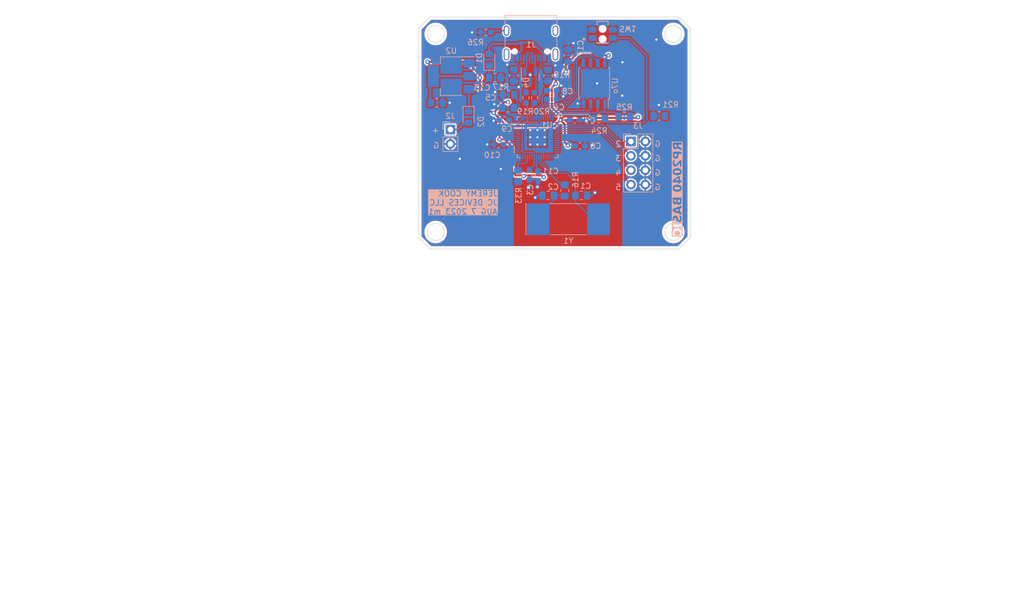
<source format=kicad_pcb>
(kicad_pcb (version 20221018) (generator pcbnew)
  (layers (0 "F.Cu" signal) (31 "B.Cu" signal) (34 "B.Paste" user) (35 "F.Paste" user) (36 "B.SilkS" user "B.Silkscreen") (37 "F.SilkS" user "F.Silkscreen") (38 "B.Mask" user) (39 "F.Mask" user) (44 "Edge.Cuts" user))
  (net 0 "")
  (net 1 "GND")
  (net 14 "Net-(U1-XIN)")
  (net 15 "Net-(C2-Pad2)")
  (net 16 "+1V1")
  (net 17 "+3.3V")
  (net 18 "Net-(U1-XOUT)")
  (net 19 "Net-(U1-GPIO0)")
  (net 24 "Net-(U1-RUN)")
  (net 33 "USB_DN")
  (net 34 "USB_DP")
  (net 35 "QSPI_SD3")
  (net 36 "QSPI_SCLK")
  (net 37 "QSPI_SD0")
  (net 38 "QSPI_SD2")
  (net 39 "QSPI_SSD1")
  (net 40 "QSPI_SS")
  (net 41 "VBUS")
  (net 42 "Net-(D1-A)")
  (net 44 "Net-(J1-CC1)")
  (net 45 "/usb-power/USB1_DP")
  (net 46 "/usb-power/USB1_DN")
  (net 48 "Net-(J1-CC2)")
  (net 50 "Net-(R24-Pad1)")
  (net 54 "Net-(J3-Pin_1)")
  (net 55 "Net-(J3-Pin_3)")
  (net 56 "Net-(J3-Pin_5)")
  (net 57 "Net-(J3-Pin_7)")
  (net 58 "Net-(J1-SHIELD)")
  (net 59 "Net-(D2-A)")
  (footprint "Connector_PinSocket_2.54mm:PinSocket_1x02_P2.54mm_Vertical" (layer "B.Cu") (at 86.6 62.9 180)
    (fp_text reference "J2")
    (fp_text value "Conn_01x02_Pin")
  )
  (footprint "Capacitor_SMD:C_0603_1608Metric_Pad1.08x0.95mm_HandSolder" (layer "B.Cu") (at 104.521 56.007)
    (fp_text reference "C8")
    (fp_text value "100n" hide)
  )
  (footprint "Capacitor_SMD:C_0603_1608Metric_Pad1.08x0.95mm_HandSolder" (layer "B.Cu") (at 104.521 57.531)
    (fp_text reference "C4")
    (fp_text value "100n")
  )
  (footprint "Resistor_SMD:R_0805_2012Metric_Pad1.20x1.40mm_HandSolder" (layer "B.Cu") (at 103.886 53.34 -90)
    (fp_text reference "R18")
    (fp_text value "5.1K")
  )
  (footprint "Capacitor_SMD:C_0805_2012Metric_Pad1.18x1.45mm_HandSolder" (layer "B.Cu") (at 107.442 49.784 90)
    (fp_text reference "C17")
    (fp_text value "100n")
  )
  (footprint "Capacitor_SMD:C_0805_2012Metric_Pad1.18x1.45mm_HandSolder" (layer "B.Cu") (at 84.201 58.166)
    (fp_text reference "C14" hide)
    (fp_text value "10u")
  )
  (footprint "Capacitor_SMD:C_0603_1608Metric_Pad1.08x0.95mm_HandSolder" (layer "B.Cu") (at 109.474 65.786)
    (fp_text reference "C6")
    (fp_text value "100n")
  )
  (footprint "Package_TO_SOT_SMD:SOT-223-3_TabPin2" (layer "B.Cu") (at 86.741 53.467 180)
    (fp_text reference "U2")
    (fp_text value "AZ1117CH-3.3TRG1 SOT223-3" hide)
  )
  (footprint "Capacitor_SMD:C_0805_2012Metric_Pad1.18x1.45mm_HandSolder" (layer "B.Cu") (at 94.488 53.721)
    (fp_text reference "C13")
    (fp_text value "10u")
  )
  (footprint "Resistor_SMD:R_0805_2012Metric_Pad1.20x1.40mm_HandSolder" (layer "B.Cu") (at 97.79 53.34 -90)
    (fp_text reference "R17")
    (fp_text value "5.1K")
  )
  (footprint "Package_SO:SOIC-8_5.23x5.23mm_P1.27mm" (layer "B.Cu") (at 112.014 54.737 90)
    (fp_text reference "U7")
    (fp_text value "W25Q128JVS")
  )
  (footprint "Resistor_SMD:R_0805_2012Metric_Pad1.20x1.40mm_HandSolder" (layer "B.Cu") (at 106.807 73.66 90)
    (fp_text reference "R16")
    (fp_text value "1k")
  )
  (footprint "Package_TO_SOT_SMD:SOT-23" (layer "B.Cu") (at 100.711 53.594 -90)
    (fp_text reference "D4")
    (fp_text value "D_TVS_Dual_AAC")
  )
  (footprint "Diode_SMD:D_0805_2012Metric_Pad1.15x1.40mm_HandSolder" (layer "B.Cu") (at 93.472 50.546 90)
    (fp_text reference "D1")
    (fp_text value "D_Schottky")
  )
  (footprint "Capacitor_SMD:C_0603_1608Metric_Pad1.08x0.95mm_HandSolder" (layer "B.Cu") (at 102.108 71.12 -90)
    (fp_text reference "C11")
    (fp_text value "100n")
  )
  (footprint "Resistor_SMD:R_0603_1608Metric_Pad0.98x0.95mm_HandSolder" (layer "B.Cu") (at 101.473 57.277 -90)
    (fp_text reference "R20")
    (fp_text value "27R")
  )
  (footprint "Resistor_SMD:R_0603_1608Metric_Pad0.98x0.95mm_HandSolder" (layer "B.Cu") (at 99.949 57.277 -90)
    (fp_text reference "R19")
    (fp_text value "27R")
  )
  (footprint "Resistor_SMD:R_0603_1608Metric_Pad0.98x0.95mm_HandSolder" (layer "B.Cu") (at 92.837 45.72)
    (fp_text reference "R26")
    (fp_text value "0R")
  )
  (footprint "Crystal:Crystal_SMD_SeikoEpson_MA505-2Pin_12.7x5.1mm_HandSoldering" (layer "B.Cu") (at 107.442 78.74)
    (fp_text reference "Y1")
    (fp_text value "Crystal")
  )
  (footprint "Resistor_SMD:R_0805_2012Metric_Pad1.20x1.40mm_HandSolder" (layer "B.Cu") (at 98.552 71.12 90)
    (fp_text reference "R33")
    (fp_text value "5.1K" hide)
  )
  (footprint "Capacitor_SMD:C_0603_1608Metric_Pad1.08x0.95mm_HandSolder" (layer "B.Cu") (at 95.123 65.532 180)
    (fp_text reference "C10")
    (fp_text value "100n")
  )
  (footprint "Resistor_SMD:R_0805_2012Metric_Pad1.20x1.40mm_HandSolder" (layer "B.Cu") (at 112.903 60.96 180)
    (fp_text reference "R24")
    (fp_text value "1k")
  )
  (footprint "evqp7c01p:EVQP7C&slash_L_PAN" (layer "B.Cu") (at 113.5 46)
    (fp_text reference "SW1")
    (fp_text value "EVQP7C01P")
  )
  (footprint "Resistor_SMD:R_0805_2012Metric_Pad1.20x1.40mm_HandSolder" (layer "B.Cu") (at 117.348 60.579 180)
    (fp_text reference "R25")
    (fp_text value "10k")
  )
  (footprint "Capacitor_SMD:C_0603_1608Metric_Pad1.08x0.95mm_HandSolder" (layer "B.Cu") (at 100.584 70.866 -90)
    (fp_text reference "C3")
    (fp_text value "100n")
  )
  (footprint "Capacitor_SMD:C_0603_1608Metric_Pad1.08x0.95mm_HandSolder" (layer "B.Cu") (at 96.139 61.214 180)
    (fp_text reference "C9")
    (fp_text value "100n")
  )
  (footprint "Capacitor_SMD:C_0805_2012Metric_Pad1.18x1.45mm_HandSolder" (layer "B.Cu") (at 96.774 59.055 180)
    (fp_text reference "C12" hide)
    (fp_text value "1u")
  )
  (footprint "Capacitor_SMD:C_0805_2012Metric_Pad1.18x1.45mm_HandSolder" (layer "B.Cu") (at 103.886 74.549)
    (fp_text reference "C2")
    (fp_text value "27p")
  )
  (footprint "Capacitor_SMD:C_0603_1608Metric_Pad1.08x0.95mm_HandSolder" (layer "B.Cu") (at 108.585 61.214)
    (fp_text reference "C7")
    (fp_text value "100n")
  )
  (footprint "Package_DFN_QFN:QFN-56-1EP_7x7mm_P0.4mm_EP3.2x3.2mm" (layer "B.Cu") (at 102 64.262 180)
    (fp_text reference "U1")
    (fp_text value "RP2040")
  )
  (footprint "Connector_USB:USB_C_Receptacle_G-Switch_GT-USB-7010ASV" (layer "B.Cu") (at 100.838 46.5)
    (fp_text reference "J1")
    (fp_text value "USB_C_Receptacle_USB2.0")
  )
  (footprint "Capacitor_SMD:C_0805_2012Metric_Pad1.18x1.45mm_HandSolder" (layer "B.Cu") (at 109.728 74.549 180)
    (fp_text reference "C1")
    (fp_text value "27p")
  )
  (footprint "Capacitor_SMD:C_0805_2012Metric_Pad1.18x1.45mm_HandSolder" (layer "B.Cu") (at 96.901 56.769 180)
    (fp_text reference "C5")
    (fp_text value "1u")
  )
  (footprint "Resistor_SMD:R_0805_2012Metric_Pad1.20x1.40mm_HandSolder" (layer "B.Cu") (at 123.5 60.5)
    (fp_text reference "R21")
    (fp_text value "1M" hide)
  )
  (footprint "Connector_PinSocket_2.54mm:PinSocket_2x04_P2.54mm_Vertical" (layer "B.Cu") (at 118.51 65 180)
    (fp_text reference "J3")
    (fp_text value "Conn_02x04_Odd_Even")
  )
  (footprint "Diode_SMD:D_0805_2012Metric_Pad1.15x1.40mm_HandSolder" (layer "B.Cu") (at 89.8 60.7 -90)
    (fp_text reference "D2")
    (fp_text value "D_Schottky")
  )
  (gr_circle (center 115.824 56.134) (end 115.697 55.88) (stroke (width 0.15)) (fill none) (layer "B.SilkS"))
  (gr_circle (center 106.045 60.325) (end 105.918 60.071) (stroke (width 0.15)) (fill none) (layer "B.SilkS"))
  (gr_circle (center 84 81) (end 85.5 81) (stroke (width 0.1)) (fill none) (layer "Edge.Cuts"))
  (gr_line (start 81 45) (end 83 43) (stroke (width 0.1)) (layer "Edge.Cuts"))
  (gr_circle (center 126 81) (end 127.5 81) (stroke (width 0.1)) (fill none) (layer "Edge.Cuts"))
  (gr_circle (center 84 46) (end 85.5 46) (stroke (width 0.1)) (fill none) (layer "Edge.Cuts"))
  (gr_line (start 81 82) (end 81 45) (stroke (width 0.1)) (layer "Edge.Cuts"))
  (gr_line (start 83 43) (end 127 43) (stroke (width 0.1)) (layer "Edge.Cuts"))
  (gr_line (start 127 84) (end 83 84) (stroke (width 0.1)) (layer "Edge.Cuts"))
  (gr_line (start 129 82) (end 127 84) (stroke (width 0.1)) (layer "Edge.Cuts"))
  (gr_line (start 127 43) (end 129 45) (stroke (width 0.1)) (layer "Edge.Cuts"))
  (gr_circle (center 126 46) (end 127.5 46) (stroke (width 0.1)) (fill none) (layer "Edge.Cuts"))
  (gr_line (start 129 45) (end 129 82) (stroke (width 0.1)) (layer "Edge.Cuts"))
  (gr_line (start 83 84) (end 81 82) (stroke (width 0.1)) (layer "Edge.Cuts"))
  (gr_text "2" (at 116.84 66.04) (layer "B.SilkS") (effects (font (size 1 1)) (justify left bottom mirror)))
  (gr_text "+" (at 84.7 63.6) (layer "B.SilkS") (effects (font (size 1 1)) (justify left bottom mirror)))
  (gr_text "JEREMY COOK\nJC DEVICES LLC\nAUG 7 2023 m1" (at 95 78) (layer "B.SilkS" knockout) (effects (font (size 1 1)) (justify left bottom mirror)))
  (gr_text "G" (at 123.825 71.12) (layer "B.SilkS") (effects (font (size 1 1)) (justify left bottom mirror)))
  (gr_text "G" (at 123.825 73.66) (layer "B.SilkS") (effects (font (size 1 1)) (justify left bottom mirror)))
  (gr_text "G" (at 123.825 68.58) (layer "B.SilkS") (effects (font (size 1 1)) (justify left bottom mirror)))
  (gr_text "RP2040 BASIC" (at 127.7 65 90) (layer "B.SilkS" knockout) (effects (font (size 1.5 1.5) (thickness 0.3) bold) (justify left bottom mirror)))
  (gr_text "G" (at 84.7 66.3) (layer "B.SilkS") (effects (font (size 1 1)) (justify left bottom mirror)))
  (gr_text "G" (at 123.825 66.04) (layer "B.SilkS") (effects (font (size 1 1)) (justify left bottom mirror)))
  (gr_text "3" (at 116.84 68.58) (layer "B.SilkS") (effects (font (size 1 1)) (justify left bottom mirror)))
  (gr_text "5" (at 116.84 73.66) (layer "B.SilkS") (effects (font (size 1 1)) (justify left bottom mirror)))
  (gr_text "4" (at 116.84 71.12) (layer "B.SilkS") (effects (font (size 1 1)) (justify left bottom mirror)))
  (via (at 101.981 73.025) (size 0.8) (drill 0.4) (layers "F.Cu" "B.Cu") (net 1))
  (via (at 109.093 58.293) (size 0.8) (drill 0.4) (layers "F.Cu" "B.Cu") (net 1))
  (via (at 101.6 74.93) (size 0.8) (drill 0.4) (layers "F.Cu" "B.Cu") (net 1))
  (via (at 105.156 51.562) (size 0.8) (drill 0.4) (layers "F.Cu" "B.Cu") (net 1))
  (via (at 94.234 61.341) (size 0.8) (drill 0.4) (layers "F.Cu" "B.Cu") (net 1))
  (via (at 94.488 56.261) (size 0.8) (drill 0.4) (layers "F.Cu" "B.Cu") (net 1))
  (via (at 100.711 62.992) (size 0.6) (drill 0.35) (layers "F.Cu" "B.Cu") (net 1))
  (via (at 106.172 55.118) (size 0.8) (drill 0.4) (layers "F.Cu" "B.Cu") (net 1))
  (via (at 100.711 64.262) (size 0.6) (drill 0.35) (layers "F.Cu" "B.Cu") (net 1))
  (via (at 112.141 74.041) (size 0.8) (drill 0.4) (layers "F.Cu" "B.Cu") (net 1))
  (via (at 112.522 54.737) (size 0.8) (drill 0.4) (layers "F.Cu" "B.Cu") (net 1))
  (via (at 88.265 68.072) (size 0.8) (drill 0.4) (layers "F.Cu" "B.Cu") (net 1))
  (via (at 95.504 69.85) (size 0.8) (drill 0.4) (layers "F.Cu" "B.Cu") (net 1))
  (via (at 108.331 47.625) (size 0.8) (drill 0.4) (layers "F.Cu" "B.Cu") (net 1))
  (via (at 103.251 62.992) (size 0.6) (drill 0.35) (layers "F.Cu" "B.Cu") (net 1))
  (via (at 101.981 65.532) (size 0.6) (drill 0.35) (layers "F.Cu" "B.Cu") (net 1))
  (via (at 103.251 65.532) (size 0.6) (drill 0.35) (layers "F.Cu" "B.Cu") (net 1))
  (via (at 116.967 56.896) (size 0.8) (drill 0.4) (layers "F.Cu" "B.Cu") (net 1))
  (via (at 86.487 58.166) (size 0.8) (drill 0.4) (layers "F.Cu" "B.Cu") (net 1))
  (via (at 100.711 53.213) (size 0.8) (drill 0.4) (layers "F.Cu" "B.Cu") (net 1))
  (via (at 105.116345 53.300345) (size 0.8) (drill 0.4) (layers "F.Cu" "B.Cu") (net 1))
  (via (at 123.444 58.547) (size 0.8) (drill 0.4) (layers "F.Cu" "B.Cu") (net 1))
  (via (at 95.758 55.118) (size 0.8) (drill 0.4) (layers "F.Cu" "B.Cu") (net 1))
  (via (at 101.981 62.992) (size 0.6) (drill 0.35) (layers "F.Cu" "B.Cu") (net 1))
  (via (at 123 47) (size 0.8) (drill 0.4) (layers "F.Cu" "B.Cu") (net 1))
  (via (at 90.424 45.72) (size 0.8) (drill 0.4) (layers "F.Cu" "B.Cu") (net 1))
  (via (at 101.981 64.262) (size 0.6) (drill 0.35) (layers "F.Cu" "B.Cu") (net 1))
  (via (at 93.091 65.532) (size 0.8) (drill 0.4) (layers "F.Cu" "B.Cu") (net 1))
  (via (at 111.633 65.659) (size 0.8) (drill 0.4) (layers "F.Cu" "B.Cu") (net 1))
  (via (at 106.553 57.023) (size 0.8) (drill 0.4) (layers "F.Cu" "B.Cu") (net 1))
  (via (at 103.251 64.262) (size 0.6) (drill 0.35) (layers "F.Cu" "B.Cu") (net 1))
  (via (at 100.711 65.532) (size 0.6) (drill 0.35) (layers "F.Cu" "B.Cu") (net 1))
  (via (at 94.361 58.42) (size 0.8) (drill 0.4) (layers "F.Cu" "B.Cu") (net 1))
  (via (at 117 51) (size 0.8) (drill 0.4) (layers "F.Cu" "B.Cu") (net 1))
  (via (at 110.617 61.3625) (size 0.8) (drill 0.4) (layers "F.Cu" "B.Cu") (net 1))
  (via (at 96.647 51.435) (size 0.8) (drill 0.4) (layers "F.Cu" "B.Cu") (net 1))
  (via (at 100.457 73.152) (size 0.8) (drill 0.4) (layers "F.Cu" "B.Cu") (net 1))
  (via (at 98.679 55.372) (size 0.8) (drill 0.4) (layers "F.Cu" "B.Cu") (net 1))
  (segment (start 97.638 50.444) (end 97.638 50.225) (width 0.2) (layer "B.Cu") (net 1))
  (segment (start 102.108 71.9825) (end 102.108 72.898) (width 0.25) (layer "B.Cu") (net 1))
  (segment (start 112.141 74.041) (end 111.633 74.549) (width 0.25) (layer "B.Cu") (net 1))
  (segment (start 104.925655 53.300345) (end 103.886 54.34) (width 0.25) (layer "B.Cu") (net 1))
  (segment (start 101.6 74.93) (end 101.981 74.549) (width 0.25) (layer "B.Cu") (net 1))
  (segment (start 91.9245 45.72) (end 90.424 45.72) (width 0.2) (layer "B.Cu") (net 1))
  (segment (start 95.1495 61.341) (end 95.2765 61.214) (width 0.2) (layer "B.Cu") (net 1))
  (segment (start 111.506 65.786) (end 111.633 65.659) (width 0.2) (layer "B.Cu") (net 1))
  (segment (start 100.584 71.7285) (end 101.854 71.7285) (width 0.35) (layer "B.Cu") (net 1))
  (segment (start 96.647 51.435) (end 97.638 50.444) (width 0.2) (layer "B.Cu") (net 1))
  (segment (start 97.79 55.245) (end 97.917 55.372) (width 0.25) (layer "B.Cu") (net 1))
  (segment (start 108.331 47.8575) (end 107.442 48.7465) (width 0.2) (layer "B.Cu") (net 1))
  (segment (start 110.3365 65.786) (end 111.506 65.786) (width 0.2) (layer "B.Cu") (net 1))
  (segment (start 105.3835 57.531) (end 105.3835 56.007) (width 0.5) (layer "B.Cu") (net 1))
  (segment (start 95.5255 53.721) (end 95.5255 54.8855) (width 0.25) (layer "B.Cu") (net 1))
  (segment (start 105.156 51.562) (end 104.038 50.444) (width 0.2) (layer "B.Cu") (net 1))
  (segment (start 97.79 54.34) (end 97.79 55.245) (width 0.25) (layer "B.Cu") (net 1))
  (segment (start 101.981 74.549) (end 102.8485 74.549) (width 0.25) (layer "B.Cu") (net 1))
  (segment (start 100.711 54.5315) (end 100.711 53.213) (width 0.25) (layer "B.Cu") (net 1))
  (segment (start 111.633 74.549) (end 110.7655 74.549) (width 0.25) (layer "B.Cu") (net 1))
  (segment (start 86.487 58.166) (end 85.2385 58.166) (width 0.25) (layer "B.Cu") (net 1))
  (segment (start 103.378 54.1255) (end 103.9895 54.1255) (width 0.2) (layer "B.Cu") (net 1))
  (segment (start 105.3835 55.9065) (end 105.3835 56.007) (width 0.2) (layer "B.Cu") (net 1))
  (segment (start 97.917 55.372) (end 98.679 55.372) (width 0.25) (layer "B.Cu") (net 1))
  (segment (start 110.4685 61.214) (end 109.4475 61.214) (width 0.2) (layer "B.Cu") (net 1))
  (segment (start 108.331 47.625) (end 108.331 47.8575) (width 0.2) (layer "B.Cu") (net 1))
  (segment (start 100.584 71.7285) (end 100.584 73.025) (width 0.25) (layer "B.Cu") (net 1))
  (segment (start 95.7365 59.055) (end 94.996 59.055) (width 0.2) (layer "B.Cu") (net 1))
  (segment (start 94.234 61.341) (end 95.1495 61.341) (width 0.2) (layer "B.Cu") (net 1))
  (segment (start 93.091 65.532) (end 94.2605 65.532) (width 0.2) (layer "B.Cu") (net 1))
  (segment (start 106.172 55.118) (end 105.3835 55.9065) (width 0.2) (layer "B.Cu") (net 1))
  (segment (start 94.996 59.055) (end 94.361 58.42) (width 0.2) (layer "B.Cu") (net 1))
  (segment (start 95.5255 54.8855) (end 95.758 55.118) (width 0.25) (layer "B.Cu") (net 1))
  (segment (start 105.116345 53.300345) (end 104.925655 53.300345) (width 0.25) (layer "B.Cu") (net 1))
  (segment (start 103 66.678) (end 102.87 66.548) (width 0.2) (layer "B.Cu") (net 1))
  (segment (start 110.617 61.3625) (end 110.4685 61.214) (width 0.2) (layer "B.Cu") (net 1))
  (segment (start 94.996 56.769) (end 95.8635 56.769) (width 0.2) (layer "B.Cu") (net 1))
  (segment (start 100.584 73.025) (end 100.457 73.152) (width 0.25) (layer "B.Cu") (net 1))
  (segment (start 102.108 72.898) (end 101.981 73.025) (width 0.25) (layer "B.Cu") (net 1))
  (segment (start 104.038 50.444) (end 104.038 50.225) (width 0.2) (layer "B.Cu") (net 1))
  (segment (start 94.488 56.261) (end 94.996 56.769) (width 0.2) (layer "B.Cu") (net 1))
  (segment (start 101.854 71.7285) (end 102.108 71.9825) (width 0.35) (layer "B.Cu") (net 1))
  (segment (start 103 67.6995) (end 103 66.678) (width 0.2) (layer "B.Cu") (net 1))
  (segment (start 104.677686 70.612) (end 107.188 70.612) (width 0.2) (layer "B.Cu") (net 14))
  (segment (start 107.188 70.612) (end 108.6905 72.1145) (width 0.2) (layer "B.Cu") (net 14))
  (segment (start 111.76 78.74) (end 112.776 78.74) (width 0.2) (layer "B.Cu") (net 14))
  (segment (start 102.6 67.6995) (end 102.6 68.534314) (width 0.2) (layer "B.Cu") (net 14))
  (segment (start 108.6905 74.549) (end 108.6905 75.6705) (width 0.2) (layer "B.Cu") (net 14))
  (segment (start 108.6905 75.6705) (end 111.76 78.74) (width 0.2) (layer "B.Cu") (net 14))
  (segment (start 108.6905 72.1145) (end 108.6905 74.549) (width 0.2) (layer "B.Cu") (net 14))
  (segment (start 102.6 68.534314) (end 104.677686 70.612) (width 0.2) (layer "B.Cu") (net 14))
  (segment (start 104.9235 74.549) (end 106.696 74.549) (width 0.2) (layer "B.Cu") (net 15))
  (segment (start 104.9235 75.2895) (end 104.9235 74.549) (width 0.2) (layer "B.Cu") (net 15))
  (segment (start 102.108 78.105) (end 104.9235 75.2895) (width 0.2) (layer "B.Cu") (net 15))
  (segment (start 102.108 78.74) (end 102.108 78.105) (width 0.2) (layer "B.Cu") (net 15))
  (segment (start 106.696 74.549) (end 106.807 74.66) (width 0.2) (layer "B.Cu") (net 15))
  (segment (start 102.2 61.356975) (end 101.994975 61.562) (width 0.2) (layer "B.Cu") (net 16))
  (segment (start 99.838 60.087) (end 98.699 58.948) (width 0.2) (layer "B.Cu") (net 16))
  (segment (start 101.994975 61.562) (end 100.405025 61.562) (width 0.2) (layer "B.Cu") (net 16))
  (segment (start 103.6585 57.966446) (end 102.2 59.424946) (width 0.2) (layer "B.Cu") (net 16))
  (segment (start 99.473999 61.562) (end 99.3 61.735999) (width 0.2) (layer "B.Cu") (net 16))
  (segment (start 99.3 61.735999) (end 99.3 66.788) (width 0.2) (layer "B.Cu") (net 16))
  (segment (start 98.699 58.352183) (end 98.298 57.951183) (width 0.2) (layer "B.Cu") (net 16))
  (segment (start 100.2 60.8245) (end 100.2 60.195) (width 0.2) (layer "B.Cu") (net 16))
  (segment (start 100.2 60.195) (end 100.092 60.087) (width 0.2) (layer "B.Cu") (net 16))
  (segment (start 99.441 66.929) (end 101.161975 66.929) (width 0.2) (layer "B.Cu") (net 16))
  (segment (start 102.2 59.424946) (end 102.2 60.8245) (width 0.2) (layer "B.Cu") (net 16))
  (segment (start 99.3 66.788) (end 99.441 66.929) (width 0.2) (layer "B.Cu") (net 16))
  (segment (start 102.2 60.8245) (end 102.2 61.356975) (width 0.2) (layer "B.Cu") (net 16))
  (segment (start 101.4 67.167025) (end 101.4 67.6995) (width 0.2) (layer "B.Cu") (net 16))
  (segment (start 100.584 70.0035) (end 101.4 69.1875) (width 0.2) (layer "B.Cu") (net 16))
  (segment (start 100.405025 61.562) (end 100.2 61.356975) (width 0.2) (layer "B.Cu") (net 16))
  (segment (start 98.298 57.951183) (end 98.298 57.1285) (width 0.2) (layer "B.Cu") (net 16))
  (segment (start 101.161975 66.929) (end 101.4 67.167025) (width 0.2) (layer "B.Cu") (net 16))
  (segment (start 100.2 61.356975) (end 100.2 60.8245) (width 0.2) (layer "B.Cu") (net 16))
  (segment (start 103.6585 57.531) (end 103.6585 57.966446) (width 0.2) (layer "B.Cu") (net 16))
  (segment (start 98.699 58.948) (end 98.699 58.352183) (width 0.2) (layer "B.Cu") (net 16))
  (segment (start 99.994975 61.562) (end 99.473999 61.562) (width 0.2) (layer "B.Cu") (net 16))
  (segment (start 100.092 60.087) (end 99.838 60.087) (width 0.2) (layer "B.Cu") (net 16))
  (segment (start 101.4 69.1875) (end 101.4 67.6995) (width 0.2) (layer "B.Cu") (net 16))
  (segment (start 100.2 61.356975) (end 99.994975 61.562) (width 0.2) (layer "B.Cu") (net 16))
  (segment (start 98.298 57.1285) (end 97.9385 56.769) (width 0.2) (layer "B.Cu") (net 16))
  (segment (start 106.9975 51.4985) (end 106.9975 52.6415) (width 0.35) (layer "F.Cu") (net 17))
  (segment (start 89.535 50.927) (end 82.55 50.927) (width 0.35) (layer "F.Cu") (net 17))
  (segment (start 94.234 59.944) (end 95.280878 60.990878) (width 0.35) (layer "F.Cu") (net 17))
  (segment (start 110.938016 60.5875) (end 111.183516 60.833) (width 0.35) (layer "F.Cu") (net 17))
  (segment (start 119.634 60.833) (end 119.761 60.706) (width 0.35) (layer "F.Cu") (net 17))
  (segment (start 91.821 53.213) (end 89.535 50.927) (width 0.35) (layer "F.Cu") (net 17))
  (segment (start 91.821 53.721) (end 91.821 53.213) (width 0.35) (layer "F.Cu") (net 17))
  (segment (start 91.821 53.721) (end 91.821 57.785) (width 0.35) (layer "F.Cu") (net 17))
  (segment (start 106.807 61.976) (end 106.807 65.17841) (width 0.35) (layer "F.Cu") (net 17))
  (segment (start 106.045 60.452) (end 106.045 61.214) (width 0.35) (layer "F.Cu") (net 17))
  (segment (start 94.234 59.944) (end 96.139 58.039) (width 0.35) (layer "F.Cu") (net 17))
  (segment (start 111.183516 60.833) (end 119.634 60.833) (width 0.35) (layer "F.Cu") (net 17))
  (segment (start 106.6715 60.5875) (end 110.938016 60.5875) (width 0.35) (layer "F.Cu") (net 17))
  (segment (start 106.045 61.214) (end 106.807 61.976) (width 0.35) (layer "F.Cu") (net 17))
  (segment (start 104.532154 58.939154) (end 106.045 60.452) (width 0.35) (layer "F.Cu") (net 17))
  (segment (start 109.474 49.022) (end 106.9975 51.4985) (width 0.35) (layer "F.Cu") (net 17))
  (segment (start 95.280878 60.990878) (end 95.280878 64.643) (width 0.35) (layer "F.Cu") (net 17))
  (segment (start 94.234 59.944) (end 96.607 62.317) (width 0.35) (layer "F.Cu") (net 17))
  (segment (start 96.607 62.317) (end 104.942 62.317) (width 0.35) (layer "F.Cu") (net 17))
  (segment (start 98.171 70.993) (end 102.770686 70.993) (width 0.35) (layer "F.Cu") (net 17))
  (segment (start 91.821 57.785) (end 93.98 59.944) (width 0.35) (layer "F.Cu") (net 17))
  (segment (start 104.532154 55.493565) (end 104.532154 58.939154) (width 0.35) (layer "F.Cu") (net 17))
  (segment (start 105.223789 54.80193) (end 105.223789 54.288211) (width 0.35) (layer "F.Cu") (net 17))
  (segment (start 105.223789 54.80193) (end 104.532154 55.493565) (width 0.35) (layer "F.Cu") (net 17))
  (segment (start 97.536 70.358) (end 98.171 70.993) (width 0.35) (layer "F.Cu") (net 17))
  (segment (start 96.139 58.039) (end 96.774 58.039) (width 0.35) (layer "F.Cu") (net 17))
  (segment (start 105.223789 54.288211) (end 106.8705 52.6415) (width 0.35) (layer "F.Cu") (net 17))
  (segment (start 102.770686 70.993) (end 103.101977 71.324291) (width 0.35) (layer "F.Cu") (net 17))
  (segment (start 104.942 62.317) (end 106.045 61.214) (width 0.35) (layer "F.Cu") (net 17))
  (segment (start 112.903 49.022) (end 109.474 49.022) (width 0.35) (layer "F.Cu") (net 17))
  (segment (start 106.8705 52.6415) (end 106.9975 52.6415) (width 0.35) (layer "F.Cu") (net 17))
  (segment (start 106.807 65.17841) (end 107.364792 65.736202) (width 0.35) (layer "F.Cu") (net 17))
  (segment (start 106.045 61.214) (end 106.6715 60.5875) (width 0.35) (layer "F.Cu") (net 17))
  (segment (start 114.554 49.784) (end 113.665 49.784) (width 0.35) (layer "F.Cu") (net 17))
  (segment (start 97.536 65.978244) (end 97.536 70.358) (width 0.35) (layer "F.Cu") (net 17))
  (segment (start 96.200756 64.643) (end 97.536 65.978244) (width 0.35) (layer "F.Cu") (net 17))
  (segment (start 95.280878 64.643) (end 96.200756 64.643) (width 0.35) (layer "F.Cu") (net 17))
  (segment (start 93.98 59.944) (end 94.234 59.944) (width 0.35) (layer "F.Cu") (net 17))
  (segment (start 113.665 49.784) (end 112.903 49.022) (width 0.35) (layer "F.Cu") (net 17))
  (via (at 106.045 61.214) (size 0.6) (drill 0.35) (layers "F.Cu" "B.Cu") (net 17))
  (via (at 107.364792 65.736202) (size 0.8) (drill 0.4) (layers "F.Cu" "B.Cu") (net 17))
  (via (at 95.280878 64.643) (size 0.8) (drill 0.4) (layers "F.Cu" "B.Cu") (net 17))
  (via (at 106.9975 52.6415) (size 0.8) (drill 0.4) (layers "F.Cu" "B.Cu") (net 17))
  (via (at 103.101977 71.324291) (size 0.8) (drill 0.4) (layers "F.Cu" "B.Cu") (net 17))
  (via (at 91.821 53.721) (size 0.8) (drill 0.4) (layers "F.Cu" "B.Cu") (net 17))
  (via (at 99.568 71.12) (size 0.8) (drill 0.4) (layers "F.Cu" "B.Cu") (net 17))
  (via (at 119.761 60.706) (size 0.8) (drill 0.4) (layers "F.Cu" "B.Cu") (net 17))
  (via (at 96.774 58.039) (size 0.8) (drill 0.4) (layers "F.Cu" "B.Cu") (net 17))
  (via (at 82.55 50.927) (size 0.8) (drill 0.4) (layers "F.Cu" "B.Cu") (net 17))
  (via (at 94.234 59.944) (size 0.8) (drill 0.4) (layers "F.Cu" "B.Cu") (net 17))
  (via (at 114.554 49.784) (size 0.8) (drill 0.4) (layers "F.Cu" "B.Cu") (net 17))
  (via (at 105.223789 54.80193) (size 0.8) (drill 0.4) (layers "F.Cu" "B.Cu") (net 17))
  (segment (start 104.86086 55.232) (end 104.546 55.54686) (width 0.2) (layer "B.Cu") (net 17))
  (segment (start 99.8 60.8245) (end 99.4 60.8245) (width 0.2) (layer "B.Cu") (net 17))
  (segment (start 107.442 50.8215) (end 107.442 52.197) (width 0.25) (layer "B.Cu") (net 17))
  (segment (start 82.829 51.206) (end 82.829 52.705) (width 0.35) (layer "B.Cu") (net 17))
  (segment (start 108.6115 65.786) (end 107.41459 65.786) (width 0.2) (layer "B.Cu") (net 17))
  (segment (start 107.41459 65.786) (end 107.364792 65.736202) (width 0.2) (layer "B.Cu") (net 17))
  (segment (start 83.591 53.467) (end 83.058 54) (width 0.35) (layer "B.Cu") (net 17))
  (segment (start 103.6585 56.2345) (end 103.137 56.756) (width 0.2) (layer "B.Cu") (net 17))
  (segment (start 104.915 55.232) (end 104.86086 55.232) (width 0.2) (layer "B.Cu") (net 17))
  (segment (start 108.6115 65.786) (end 108.0875 65.262) (width 0.2) (layer "B.Cu") (net 17))
  (segment (start 104.546 55.601) (end 104.14 56.007) (width 0.2) (layer "B.Cu") (net 17))
  (segment (start 105.4375 61.662) (end 105.597 61.662) (width 0.2) (layer "B.Cu") (net 17))
  (segment (start 104.14 56.007) (end 103.6585 56.007) (width 0.2) (layer "B.Cu") (net 17))
  (segment (start 113.919 50.419) (end 113.919 51.137) (width 0.35) (layer "B.Cu") (net 17))
  (segment (start 119.761 60.706) (end 118.475 60.706) (width 0.2) (layer "B.Cu") (net 17))
  (segment (start 82.829 52.705) (end 83.591 53.467) (width 0.35) (layer "B.Cu") (net 17))
  (segment (start 118.475 60.706) (end 118.348 60.579) (width 0.2) (layer "B.Cu") (net 17))
  (segment (start 99.4 60.6435) (end 99.4 60.8245) (width 0.2) (layer "B.Cu") (net 17))
  (segment (start 105.597 61.662) (end 106.045 61.214) (width 0.2) (layer "B.Cu") (net 17))
  (segment (start 96.7955 58.039) (end 97.8115 59.055) (width 0.2) (layer "B.Cu") (net 17))
  (segment (start 105.223789 54.80193) (end 105.223789 54.923211) (width 0.2) (layer "B.Cu") (net 17))
  (segment (start 102.821 57.07086) (end 102.821 58.238261) (width 0.2) (layer "B.Cu") (net 17))
  (segment (start 108.0875 65.262) (end 105.4375 65.262) (width 0.2) (layer "B.Cu") (net 17))
  (segment (start 90.145 53.721) (end 89.891 53.467) (width 0.35) (layer "B.Cu") (net 17))
  (segment (start 102.821 58.238261) (end 101.8 59.259261) (width 0.2) (layer "B.Cu") (net 17))
  (segment (start 101.8 59.259261) (end 101.8 60.833) (width 0.2) (layer "B.Cu") (net 17))
  (segment (start 104.546 55.54686) (end 104.546 55.601) (width 0.2) (layer "B.Cu") (net 17))
  (segment (start 98.552 72.12) (end 98.568 72.12) (width 0.2) (layer "B.Cu") (net 17))
  (segment (start 114.554 49.784) (end 113.919 50.419) (width 0.35) (layer "B.Cu") (net 17))
  (segment (start 103.101977 71.251477) (end 102.108 70.2575) (width 0.2) (layer "B.Cu") (net 17))
  (segment (start 106.045 61.214) (end 107.7225 61.214) (width 0.2) (layer "B.Cu") (net 17))
  (segment (start 107.442 52.197) (end 106.9975 52.6415) (width 0.25) (layer "B.Cu") (net 17))
  (segment (start 102.108 70.2575) (end 101.8 69.9495) (width 0.2) (layer "B.Cu") (net 17))
  (segment (start 82.55 50.927) (end 82.829 51.206) (width 0.35) (layer "B.Cu") (net 17))
  (segment (start 95.280878 64.827378) (end 95.9855 65.532) (width 0.2) (layer "B.Cu") (net 17))
  (segment (start 98.5625 61.662) (end 97.4495 61.662) (width 0.2) (layer "B.Cu") (net 17))
  (segment (start 94.704 60.414) (end 96.2015 60.414) (width 0.25) (layer "B.Cu") (net 17))
  (segment (start 96.2555 65.262) (end 95.9855 65.532) (width 0.2) (layer "B.Cu") (net 17))
  (segment (start 91.821 53.721) (end 90.145 53.721) (width 0.35) (layer "B.Cu") (net 17))
  (segment (start 103.137 56.756) (end 103.13586 56.756) (width 0.2) (layer "B.Cu") (net 17))
  (segment (start 103.6585 56.007) (end 103.6585 56.2345) (width 0.2) (layer "B.Cu") (net 17))
  (segment (start 83.058 54) (end 83.058 58.0175) (width 0.35) (layer "B.Cu") (net 17))
  (segment (start 105.223789 54.923211) (end 104.915 55.232) (width 0.2) (layer "B.Cu") (net 17))
  (segment (start 83.591 53.467) (end 89.891 53.467) (width 0.35) (layer "B.Cu") (net 17))
  (segment (start 94.234 59.944) (end 94.704 60.414) (width 0.25) (layer "B.Cu") (net 17))
  (segment (start 101.4 60.8245) (end 101.8 60.8245) (width 0.2) (layer "B.Cu") (net 17))
  (segment (start 96.2015 60.414) (end 97.0015 61.214) (width 0.25) (layer "B.Cu") (net 17))
  (segment (start 99.4 60.8245) (end 98.5625 61.662) (width 0.2) (layer "B.Cu") (net 17))
  (segment (start 98.5625 65.262) (end 96.2555 65.262) (width 0.2) (layer "B.Cu") (net 17))
  (segment (start 101.8 69.9495) (end 101.8 67.6995) (width 0.2) (layer "B.Cu") (net 17))
  (segment (start 98.568 72.12) (end 99.568 71.12) (width 0.2) (layer "B.Cu") (net 17))
  (segment (start 97.8115 59.055) (end 99.4 60.6435) (width 0.2) (layer "B.Cu") (net 17))
  (segment (start 95.280878 64.643) (end 95.280878 64.827378) (width 0.2) (layer "B.Cu") (net 17))
  (segment (start 96.774 58.039) (end 96.7955 58.039) (width 0.2) (layer "B.Cu") (net 17))
  (segment (start 103.101977 71.324291) (end 103.101977 71.251477) (width 0.2) (layer "B.Cu") (net 17))
  (segment (start 103.13586 56.756) (end 102.821 57.07086) (width 0.2) (layer "B.Cu") (net 17))
  (segment (start 97.4495 61.662) (end 97.0015 61.214) (width 0.2) (layer "B.Cu") (net 17))
  (segment (start 106.807 72.66) (end 106.16 72.66) (width 0.2) (layer "B.Cu") (net 18))
  (segment (start 102.2 68.7) (end 102.2 67.6995) (width 0.2) (layer "B.Cu") (net 18))
  (segment (start 106.16 72.66) (end 102.2 68.7) (width 0.2) (layer "B.Cu") (net 18))
  (segment (start 99.76066 68.837) (end 98.722058 68.837) (width 0.2) (layer "B.Cu") (net 24))
  (segment (start 100.2 67.6995) (end 100.2 68.397661) (width 0.2) (layer "B.Cu") (net 24))
  (segment (start 98.552 69.007058) (end 98.552 70.12) (width 0.2) (layer "B.Cu") (net 24))
  (segment (start 100.2 68.397661) (end 99.76066 68.837) (width 0.2) (layer "B.Cu") (net 24))
  (segment (start 98.722058 68.837) (end 98.552 69.007058) (width 0.2) (layer "B.Cu") (net 24))
  (segment (start 100.203 59.632314) (end 100.203 58.4435) (width 0.2) (layer "B.Cu") (net 33))
  (segment (start 100.6 60.8245) (end 100.6 60.029314) (width 0.2) (layer "B.Cu") (net 33))
  (segment (start 100.6 60.029314) (end 100.203 59.632314) (width 0.2) (layer "B.Cu") (net 33))
  (segment (start 100.203 58.4435) (end 99.949 58.1895) (width 0.2) (layer "B.Cu") (net 33))
  (segment (start 101 60.292025) (end 101.219 60.073025) (width 0.2) (layer "B.Cu") (net 34))
  (segment (start 101.219 58.4435) (end 101.473 58.1895) (width 0.2) (layer "B.Cu") (net 34))
  (segment (start 101.219 60.073025) (end 101.219 58.4435) (width 0.2) (layer "B.Cu") (net 34))
  (segment (start 101 60.8245) (end 101 60.292025) (width 0.2) (layer "B.Cu") (net 34))
  (segment (start 103.865631 58.325) (end 102.6 59.59063) (width 0.2) (layer "B.Cu") (net 35))
  (segment (start 112.649 50.970604) (end 111.315396 49.637) (width 0.2) (layer "B.Cu") (net 35))
  (segment (start 108.467 50.664) (end 108.467 56.136628) (width 0.2) (layer "B.Cu") (net 35))
  (segment (start 108.467 56.136628) (end 106.278628 58.325) (width 0.2) (layer "B.Cu") (net 35))
  (segment (start 109.494 49.637) (end 108.467 50.664) (width 0.2) (layer "B.Cu") (net 35))
  (segment (start 111.315396 49.637) (end 109.494 49.637) (width 0.2) (layer "B.Cu") (net 35))
  (segment (start 102.6 59.59063) (end 102.6 60.8245) (width 0.2) (layer "B.Cu") (net 35))
  (segment (start 112.649 51.137) (end 112.649 50.970604) (width 0.2) (layer "B.Cu") (net 35))
  (segment (start 106.278628 58.325) (end 103.865631 58.325) (width 0.2) (layer "B.Cu") (net 35))
  (segment (start 111.379 50.26629) (end 111.379 51.137) (width 0.2) (layer "B.Cu") (net 36))
  (segment (start 103 60.8245) (end 103 59.756316) (width 0.2) (layer "B.Cu") (net 36))
  (segment (start 108.867 50.829686) (end 109.659686 50.037) (width 0.2) (layer "B.Cu") (net 36))
  (segment (start 111.14971 50.037) (end 111.379 50.26629) (width 0.2) (layer "B.Cu") (net 36))
  (segment (start 106.444314 58.725) (end 108.867 56.302314) (width 0.2) (layer "B.Cu") (net 36))
  (segment (start 109.659686 50.037) (end 111.14971 50.037) (width 0.2) (layer "B.Cu") (net 36))
  (segment (start 104.031316 58.725) (end 106.444314 58.725) (width 0.2) (layer "B.Cu") (net 36))
  (segment (start 108.867 56.302314) (end 108.867 50.829686) (width 0.2) (layer "B.Cu") (net 36))
  (segment (start 103 59.756316) (end 104.031316 58.725) (width 0.2) (layer "B.Cu") (net 36))
  (segment (start 109.267 51.979) (end 110.109 51.137) (width 0.2) (layer "B.Cu") (net 37))
  (segment (start 106.61 59.125) (end 109.267 56.468) (width 0.2) (layer "B.Cu") (net 37))
  (segment (start 104.197001 59.125) (end 106.61 59.125) (width 0.2) (layer "B.Cu") (net 37))
  (segment (start 109.267 56.468) (end 109.267 51.979) (width 0.2) (layer "B.Cu") (net 37))
  (segment (start 103.4 59.922001) (end 104.197001 59.125) (width 0.2) (layer "B.Cu") (net 37))
  (segment (start 103.4 60.8245) (end 103.4 59.922001) (width 0.2) (layer "B.Cu") (net 37))
  (segment (start 111.163 59.525) (end 104.374316 59.525) (width 0.2) (layer "B.Cu") (net 38))
  (segment (start 111.379 59.309) (end 111.163 59.525) (width 0.2) (layer "B.Cu") (net 38))
  (segment (start 111.379 58.337) (end 111.379 59.309) (width 0.2) (layer "B.Cu") (net 38))
  (segment (start 103.800001 60.099314) (end 103.8 60.8245) (width 0.2) (layer "B.Cu") (net 38))
  (segment (start 104.374316 59.525) (end 103.800001 60.099314) (width 0.2) (layer "B.Cu") (net 38))
  (segment (start 104.2 60.265) (end 104.540001 59.925) (width 0.2) (layer "B.Cu") (net 39))
  (segment (start 112.649 59.61296) (end 112.649 58.337) (width 0.2) (layer "B.Cu") (net 39))
  (segment (start 104.540001 59.925) (end 112.33696 59.925) (width 0.2) (layer "B.Cu") (net 39))
  (segment (start 112.33696 59.925) (end 112.649 59.61296) (width 0.2) (layer "B.Cu") (net 39))
  (segment (start 104.2 60.8245) (end 104.2 60.265) (width 0.2) (layer "B.Cu") (net 39))
  (segment (start 113.919 59.436) (end 113.919 58.337) (width 0.25) (layer "B.Cu") (net 40))
  (segment (start 115.586 59.817) (end 116.348 60.579) (width 0.25) (layer "B.Cu") (net 40))
  (segment (start 113.538 59.817) (end 113.919 59.436) (width 0.25) (layer "B.Cu") (net 40))
  (segment (start 113.046 59.817) (end 115.586 59.817) (width 0.25) (layer "B.Cu") (net 40))
  (segment (start 104.6 60.430686) (end 104.6 60.8245) (width 0.2) (layer "B.Cu") (net 40))
  (segment (start 111.903 60.96) (end 113.046 59.817) (width 0.25) (layer "B.Cu") (net 40))
  (segment (start 111.268 60.325) (end 104.705686 60.325) (width 0.2) (layer "B.Cu") (net 40))
  (segment (start 111.903 60.96) (end 111.268 60.325) (width 0.2) (layer "B.Cu") (net 40))
  (segment (start 104.705686 60.325) (end 104.6 60.430686) (width 0.2) (layer "B.Cu") (net 40))
  (segment (start 93.472 51.571) (end 93.472 53.6995) (width 0.35) (layer "B.Cu") (net 41))
  (segment (start 93.472 53.6995) (end 93.4505 53.721) (width 0.35) (layer "B.Cu") (net 41))
  (segment (start 89.8 59.675) (end 89.891 59.584) (width 0.35) (layer "B.Cu") (net 41))
  (segment (start 93.4505 53.8695) (end 91.553 55.767) (width 0.35) (layer "B.Cu") (net 41))
  (segment (start 89.891 59.584) (end 89.891 55.767) (width 0.35) (layer "B.Cu") (net 41))
  (segment (start 93.4505 53.721) (end 93.4505 53.8695) (width 0.35) (layer "B.Cu") (net 41))
  (segment (start 91.553 55.767) (end 89.891 55.767) (width 0.35) (layer "B.Cu") (net 41))
  (segment (start 93.472 48.319) (end 93.472 49.521) (width 0.35) (layer "B.Cu") (net 42))
  (segment (start 103.238 49.644) (end 103.238 50.225) (width 0.35) (layer "B.Cu") (net 42))
  (segment (start 98.806 47.498) (end 98.552 47.752) (width 0.35) (layer "B.Cu") (net 42))
  (segment (start 99.162949 48.88) (end 99.162949 47.854949) (width 0.35) (layer "B.Cu") (net 42))
  (segment (start 98.806 47.498) (end 101.092 47.498) (width 0.35) (layer "B.Cu") (net 42))
  (segment (start 99.162949 47.854949) (end 98.806 47.498) (width 0.35) (layer "B.Cu") (net 42))
  (segment (start 101.092 47.498) (end 103.238 49.644) (width 0.35) (layer "B.Cu") (net 42))
  (segment (start 99.162949 48.88) (end 98.438 49.604949) (width 0.35) (layer "B.Cu") (net 42))
  (segment (start 98.552 47.752) (end 94.039 47.752) (width 0.35) (layer "B.Cu") (net 42))
  (segment (start 94.039 47.752) (end 93.472 48.319) (width 0.35) (layer "B.Cu") (net 42))
  (segment (start 99.588 51.095) (end 99.502 51.181) (width 0.2) (layer "B.Cu") (net 44))
  (segment (start 99.187 51.181) (end 98.028 52.34) (width 0.2) (layer "B.Cu") (net 44))
  (segment (start 99.502 51.181) (end 99.187 51.181) (width 0.2) (layer "B.Cu") (net 44))
  (segment (start 98.028 52.34) (end 97.79 52.34) (width 0.2) (layer "B.Cu") (net 44))
  (segment (start 99.588 50.225) (end 99.588 51.095) (width 0.2) (layer "B.Cu") (net 44))
  (segment (start 101.727 52.15) (end 101.727 56.1105) (width 0.2) (layer "B.Cu") (net 45))
  (segment (start 101.588 51.739002) (end 101.862999 52.014001) (width 0.2) (layer "B.Cu") (net 45))
  (segment (start 101.538 51.145) (end 100.802 51.145) (width 0.2) (layer "B.Cu") (net 45))
  (segment (start 101.588 51.095) (end 101.538 51.145) (width 0.2) (layer "B.Cu") (net 45))
  (segment (start 101.588 50.225) (end 101.588 51.095) (width 0.2) (layer "B.Cu") (net 45))
  (segment (start 101.862999 52.014001) (end 101.727 52.15) (width 0.2) (layer "B.Cu") (net 45))
  (segment (start 100.802 51.145) (end 100.588 50.931) (width 0.2) (layer "B.Cu") (net 45))
  (segment (start 101.588 51.095) (end 101.588 51.739002) (width 0.2) (layer "B.Cu") (net 45))
  (segment (start 100.588 50.931) (end 100.588 50.225) (width 0.2) (layer "B.Cu") (net 45))
  (segment (start 101.727 56.1105) (end 101.473 56.3645) (width 0.2) (layer "B.Cu") (net 45))
  (segment (start 101.038 49.305) (end 101.088 49.355) (width 0.2) (layer "B.Cu") (net 46))
  (segment (start 100.088 51.739002) (end 99.813001 52.014001) (width 0.2) (layer "B.Cu") (net 46))
  (segment (start 99.813001 52.014001) (end 99.813001 56.228501) (width 0.2) (layer "B.Cu") (net 46))
  (segment (start 100.088 50.225) (end 100.088 51.739002) (width 0.2) (layer "B.Cu") (net 46))
  (segment (start 99.813001 56.228501) (end 99.949 56.3645) (width 0.2) (layer "B.Cu") (net 46))
  (segment (start 101.088 49.355) (end 101.088 50.225) (width 0.2) (layer "B.Cu") (net 46))
  (segment (start 100.088 49.355) (end 100.138 49.305) (width 0.2) (layer "B.Cu") (net 46))
  (segment (start 100.088 50.225) (end 100.088 49.355) (width 0.2) (layer "B.Cu") (net 46))
  (segment (start 100.138 49.305) (end 101.038 49.305) (width 0.2) (layer "B.Cu") (net 46))
  (segment (start 102.588 51.5105) (end 102.588 50.225) (width 0.2) (layer "B.Cu") (net 48))
  (segment (start 103.378 52.3005) (end 102.588 51.5105) (width 0.2) (layer "B.Cu") (net 48))
  (segment (start 121.285 57.310305) (end 121.285 61.087) (width 0.25) (layer "B.Cu") (net 50))
  (segment (start 111.700001 46.725) (end 112.694501 47.7195) (width 0.25) (layer "B.Cu") (net 50))
  (segment (start 118.237 46.736) (end 121.285 49.784) (width 0.25) (layer "B.Cu") (net 50))
  (segment (start 121.285 61.087) (end 120.735 61.637) (width 0.25) (layer "B.Cu") (net 50))
  (segment (start 114.305499 47.7195) (end 115.299999 46.725) (width 0.25) (layer "B.Cu") (net 50))
  (segment (start 120.735 61.637) (end 114.58 61.637) (width 0.25) (layer "B.Cu") (net 50))
  (segment (start 114.58 61.637) (end 113.903 60.96) (width 0.25) (layer "B.Cu") (net 50))
  (segment (start 112.694501 47.7195) (end 114.305499 47.7195) (width 0.25) (layer "B.Cu") (net 50))
  (segment (start 115.299999 46.725) (end 115.310999 46.736) (width 0.25) (layer "B.Cu") (net 50))
  (segment (start 121.285 49.784) (end 121.285 56.689695) (width 0.25) (layer "B.Cu") (net 50))
  (segment (start 121.275 57.300305) (end 121.285 57.310305) (width 0.25) (layer "B.Cu") (net 50))
  (segment (start 115.310999 46.736) (end 118.237 46.736) (width 0.25) (layer "B.Cu") (net 50))
  (segment (start 121.275 56.699695) (end 121.275 57.300305) (width 0.25) (layer "B.Cu") (net 50))
  (segment (start 121.285 56.689695) (end 121.275 56.699695) (width 0.25) (layer "B.Cu") (net 50))
  (segment (start 113.597686 62.062) (end 116.535686 65) (width 0.2) (layer "B.Cu") (net 54))
  (segment (start 105.4375 62.062) (end 113.597686 62.062) (width 0.2) (layer "B.Cu") (net 54))
  (segment (start 116.535686 65) (end 118.51 65) (width 0.2) (layer "B.Cu") (net 54))
  (segment (start 105.4375 62.462) (end 113.432 62.462) (width 0.2) (layer "B.Cu") (net 55))
  (segment (start 113.432 62.462) (end 118.51 67.54) (width 0.2) (layer "B.Cu") (net 55))
  (segment (start 113.266314 62.862) (end 117.2 66.795687) (width 0.2) (layer "B.Cu") (net 56))
  (segment (start 117.2 66.795687) (end 117.2 68.77) (width 0.2) (layer "B.Cu") (net 56))
  (segment (start 117.2 68.77) (end 118.51 70.08) (width 0.2) (layer "B.Cu") (net 56))
  (segment (start 105.4375 62.862) (end 113.266314 62.862) (width 0.2) (layer "B.Cu") (net 56))
  (segment (start 116.8 66.961372) (end 116.8 68.935686) (width 0.2) (layer "B.Cu") (net 57))
  (segment (start 116.8 68.935686) (end 117.2 69.335686) (width 0.2) (layer "B.Cu") (net 57))
  (segment (start 113.100628 63.262) (end 116.8 66.961372) (width 0.2) (layer "B.Cu") (net 57))
  (segment (start 117.2 71.31) (end 118.51 72.62) (width 0.2) (layer "B.Cu") (net 57))
  (segment (start 105.4375 63.262) (end 113.100628 63.262) (width 0.2) (layer "B.Cu") (net 57))
  (segment (start 117.2 69.335686) (end 117.2 71.31) (width 0.2) (layer "B.Cu") (net 57))
  (segment (start 93.7495 45.72) (end 94.0445 45.425) (width 0.25) (layer "B.Cu") (net 58))
  (segment (start 94.0445 45.425) (end 96.518 45.425) (width 0.25) (layer "B.Cu") (net 58))
  (segment (start 87.875 62.9) (end 86.6 62.9) (width 0.35) (layer "B.Cu") (net 59))
  (segment (start 89.05 61.725) (end 87.875 62.9) (width 0.35) (layer "B.Cu") (net 59))
  (segment (start 89.8 61.725) (end 89.05 61.725) (width 0.35) (layer "B.Cu") (net 59))
  (zone (net 1) (net_name "GND") (layers "F&B.Cu") (connect_pads (clearance 0.254)) (min_thickness 0.254) (fill yes (thermal_gap 0.254) (thermal_bridge_width 0.254))
    (polygon (pts (xy 71 40) (xy 71 145.889) (xy 188 145.889) (xy 188 40)))
  )
  (zone (net 0) (net_name "") (layer "B.Cu") (connect_pads (clearance 0)) (min_thickness 0.25)
    (keepout (tracks allowed) (vias allowed) (pads allowed) (copperpour not_allowed) (footprints allowed))
    (fill (thermal_gap 0.5) (thermal_bridge_width 0.5))
    (polygon (pts (xy 99.314 51.435) (xy 99.314 58.801) (xy 102.108 58.801) (xy 102.108 51.435)))
  )
  (zone (net 0) (net_name "") (layer "B.Cu") (connect_pads (clearance 0)) (min_thickness 0.25)
    (keepout (tracks allowed) (vias allowed) (pads allowed) (copperpour not_allowed) (footprints allowed))
    (fill (thermal_gap 0.5) (thermal_bridge_width 0.5))
    (polygon (pts (xy 116.967 70.739) (xy 116.967 83.566) (xy 97.79 83.693) (xy 97.79 70.866)))
  )
)
</source>
